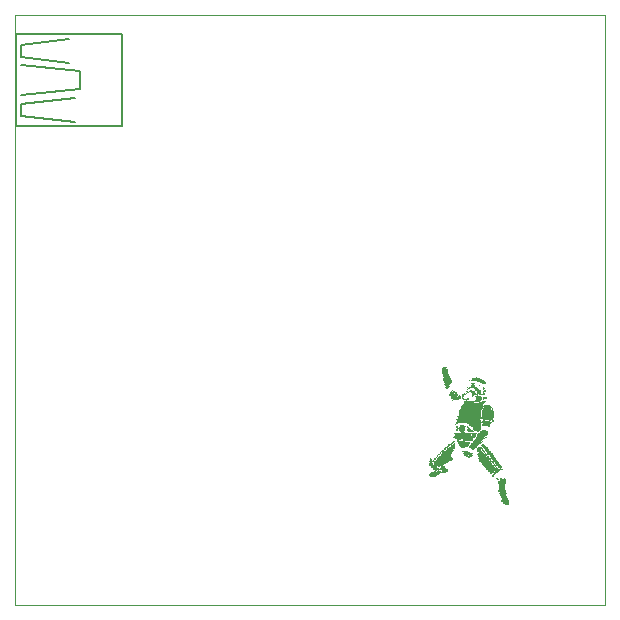
<source format=gbo>
G75*
%MOIN*%
%OFA0B0*%
%FSLAX25Y25*%
%IPPOS*%
%LPD*%
%AMOC8*
5,1,8,0,0,1.08239X$1,22.5*
%
%ADD10C,0.00000*%
%ADD11R,0.00780X0.00260*%
%ADD12R,0.01560X0.00260*%
%ADD13R,0.01820X0.00260*%
%ADD14R,0.02080X0.00260*%
%ADD15R,0.02340X0.00260*%
%ADD16R,0.02340X0.00260*%
%ADD17R,0.02860X0.00260*%
%ADD18R,0.01820X0.00260*%
%ADD19R,0.01300X0.00260*%
%ADD20R,0.00520X0.00260*%
%ADD21R,0.00260X0.00260*%
%ADD22R,0.02600X0.00260*%
%ADD23R,0.03120X0.00260*%
%ADD24R,0.03380X0.00260*%
%ADD25R,0.04160X0.00260*%
%ADD26R,0.01040X0.00260*%
%ADD27R,0.01040X0.00260*%
%ADD28R,0.00520X0.00260*%
%ADD29R,0.03640X0.00260*%
%ADD30R,0.03900X0.00260*%
%ADD31R,0.04420X0.00260*%
%ADD32R,0.04680X0.00260*%
%ADD33R,0.04940X0.00260*%
%ADD34R,0.05460X0.00260*%
%ADD35R,0.05200X0.00260*%
%ADD36R,0.03640X0.00260*%
%ADD37R,0.03120X0.00260*%
%ADD38R,0.06240X0.00260*%
%ADD39R,0.07020X0.00260*%
%ADD40R,0.06760X0.00260*%
%ADD41R,0.04420X0.00260*%
%ADD42R,0.08580X0.00260*%
%ADD43R,0.08320X0.00260*%
%ADD44R,0.07800X0.00260*%
%ADD45R,0.11440X0.00260*%
%ADD46R,0.07540X0.00260*%
%ADD47R,0.07540X0.00260*%
%ADD48R,0.07280X0.00260*%
%ADD49C,0.00500*%
D10*
X0001800Y0001800D02*
X0001800Y0198650D01*
X0198650Y0198650D01*
X0198650Y0001800D01*
X0001800Y0001800D01*
D11*
X0140380Y0049120D03*
X0140380Y0049640D03*
X0140380Y0049900D03*
X0140380Y0050160D03*
X0145060Y0053540D03*
X0145320Y0053800D03*
X0145580Y0054060D03*
X0148180Y0055100D03*
X0148180Y0055360D03*
X0147920Y0055880D03*
X0152340Y0053020D03*
X0153120Y0050940D03*
X0156760Y0054060D03*
X0157800Y0055100D03*
X0158320Y0060040D03*
X0159880Y0061340D03*
X0158060Y0063160D03*
X0153120Y0060560D03*
X0153380Y0069660D03*
X0154680Y0071480D03*
X0153900Y0073300D03*
X0153120Y0073820D03*
X0154680Y0075120D03*
X0151820Y0072000D03*
X0151300Y0071480D03*
X0158060Y0072260D03*
X0161960Y0045740D03*
X0161700Y0045480D03*
X0161440Y0045220D03*
X0160660Y0045480D03*
X0163000Y0043660D03*
X0165860Y0035080D03*
D12*
X0165730Y0035340D03*
X0164170Y0041060D03*
X0160790Y0046000D03*
X0161830Y0049900D03*
X0161570Y0050160D03*
X0161310Y0050680D03*
X0161050Y0050940D03*
X0160790Y0051200D03*
X0160790Y0051460D03*
X0160530Y0051720D03*
X0160270Y0051980D03*
X0160010Y0052500D03*
X0159750Y0052760D03*
X0159490Y0053020D03*
X0158710Y0054060D03*
X0156630Y0053540D03*
X0156630Y0053280D03*
X0157150Y0052500D03*
X0154810Y0058220D03*
X0154810Y0058480D03*
X0158190Y0059780D03*
X0150910Y0059520D03*
X0150910Y0061600D03*
X0149870Y0056920D03*
X0147790Y0054580D03*
X0147530Y0054320D03*
X0152210Y0052760D03*
X0144410Y0047560D03*
X0143110Y0048080D03*
X0141030Y0048080D03*
X0155590Y0069400D03*
X0155070Y0072000D03*
X0154810Y0072260D03*
X0155850Y0073560D03*
X0156370Y0073040D03*
X0155070Y0074080D03*
X0154550Y0074600D03*
X0145970Y0074860D03*
X0144930Y0080580D03*
D13*
X0147400Y0072000D03*
X0152340Y0070180D03*
X0155200Y0071740D03*
X0156240Y0073300D03*
X0157800Y0075900D03*
X0156240Y0069920D03*
X0157540Y0069140D03*
X0151040Y0061340D03*
X0151040Y0061080D03*
X0150780Y0060300D03*
X0150780Y0060040D03*
X0150780Y0059780D03*
X0153380Y0060040D03*
X0153640Y0059780D03*
X0155980Y0060040D03*
X0153380Y0056400D03*
X0147400Y0054060D03*
X0144540Y0047300D03*
X0142200Y0047040D03*
X0141680Y0047560D03*
X0160140Y0052240D03*
X0164040Y0041580D03*
X0164040Y0041320D03*
X0164040Y0040800D03*
X0165600Y0035600D03*
D14*
X0165470Y0035860D03*
X0165210Y0036900D03*
X0165210Y0037160D03*
X0164950Y0037420D03*
X0164950Y0037680D03*
X0164950Y0037940D03*
X0164690Y0038200D03*
X0164690Y0038460D03*
X0164430Y0038980D03*
X0164430Y0039240D03*
X0164170Y0040280D03*
X0164170Y0040540D03*
X0164170Y0041840D03*
X0164170Y0042100D03*
X0164430Y0043140D03*
X0163650Y0047040D03*
X0157150Y0052240D03*
X0154550Y0054060D03*
X0152470Y0052500D03*
X0153250Y0051200D03*
X0147010Y0053540D03*
X0142070Y0047300D03*
X0153770Y0059520D03*
X0150910Y0060820D03*
X0148830Y0070180D03*
X0148050Y0071220D03*
X0147790Y0071740D03*
X0145970Y0075120D03*
X0146230Y0075380D03*
X0146230Y0075640D03*
X0145710Y0077460D03*
X0145710Y0077720D03*
X0145450Y0077980D03*
X0145450Y0078240D03*
X0145450Y0078500D03*
X0154550Y0074340D03*
X0156110Y0071220D03*
X0156370Y0070960D03*
X0156370Y0070700D03*
X0156630Y0070440D03*
X0156370Y0070180D03*
X0157410Y0072000D03*
X0160270Y0063420D03*
D15*
X0157540Y0051460D03*
X0164040Y0042620D03*
X0164040Y0042360D03*
X0165340Y0036640D03*
X0165340Y0036380D03*
X0165340Y0036120D03*
X0147140Y0053800D03*
X0148440Y0070700D03*
X0148440Y0070960D03*
X0145840Y0076940D03*
X0145840Y0077200D03*
D16*
X0146100Y0076420D03*
X0146100Y0076160D03*
X0146100Y0075900D03*
X0147920Y0071480D03*
X0155460Y0069660D03*
X0159360Y0067840D03*
X0155980Y0060300D03*
X0158060Y0059520D03*
X0154420Y0054320D03*
X0157280Y0051980D03*
X0164300Y0040020D03*
X0164300Y0039760D03*
X0164300Y0039500D03*
X0164560Y0038720D03*
X0144800Y0047040D03*
X0157280Y0076160D03*
D17*
X0152860Y0069400D03*
X0159360Y0067320D03*
X0159360Y0067060D03*
X0159360Y0066800D03*
X0159360Y0063680D03*
X0159100Y0062380D03*
X0159100Y0062120D03*
X0158840Y0061860D03*
X0158840Y0061600D03*
X0158060Y0059260D03*
X0157280Y0057960D03*
X0157020Y0057700D03*
X0156760Y0057180D03*
X0156500Y0056920D03*
X0156240Y0056400D03*
X0155980Y0056140D03*
X0155720Y0055880D03*
X0155200Y0055360D03*
X0154940Y0054840D03*
X0152860Y0051980D03*
X0146360Y0052760D03*
X0155720Y0060820D03*
X0164040Y0042880D03*
D18*
X0164560Y0043400D03*
X0160660Y0046260D03*
X0145060Y0046260D03*
X0145060Y0046520D03*
X0141420Y0047820D03*
X0141160Y0044700D03*
X0159360Y0068100D03*
X0145320Y0078760D03*
X0145320Y0079020D03*
X0145320Y0079280D03*
X0145060Y0079540D03*
X0145060Y0079800D03*
X0145060Y0080060D03*
X0145060Y0080320D03*
D19*
X0146100Y0074600D03*
X0147400Y0072260D03*
X0153900Y0073040D03*
X0154420Y0072780D03*
X0154680Y0072520D03*
X0155460Y0073820D03*
X0154680Y0074860D03*
X0154420Y0075380D03*
X0158060Y0075640D03*
X0158060Y0069400D03*
X0159360Y0068360D03*
X0155980Y0059780D03*
X0157020Y0056660D03*
X0158320Y0054580D03*
X0158580Y0054320D03*
X0158840Y0053800D03*
X0159100Y0053540D03*
X0159360Y0053280D03*
X0161440Y0050420D03*
X0161960Y0049640D03*
X0162220Y0049380D03*
X0162480Y0049120D03*
X0162480Y0048860D03*
X0163000Y0048340D03*
X0163260Y0048080D03*
X0164820Y0043660D03*
X0152340Y0051460D03*
X0151300Y0054320D03*
X0147920Y0054840D03*
X0151040Y0059260D03*
X0140640Y0048340D03*
X0142200Y0046780D03*
X0143240Y0046260D03*
D20*
X0141810Y0046260D03*
X0143110Y0047820D03*
X0141810Y0050160D03*
X0144410Y0053020D03*
X0144670Y0053280D03*
X0145970Y0054320D03*
X0147010Y0055360D03*
X0149610Y0056400D03*
X0151170Y0053020D03*
X0156110Y0052760D03*
X0157670Y0053800D03*
X0158970Y0051980D03*
X0160010Y0050680D03*
X0160270Y0050420D03*
X0160270Y0050160D03*
X0162610Y0047300D03*
X0161310Y0044960D03*
X0161310Y0044700D03*
X0162610Y0043920D03*
X0163910Y0043920D03*
X0158970Y0057700D03*
X0156110Y0059520D03*
X0160270Y0063160D03*
X0161310Y0064200D03*
X0161310Y0064460D03*
X0161310Y0064720D03*
X0161310Y0064980D03*
X0161310Y0065240D03*
X0151170Y0070700D03*
X0151170Y0071220D03*
X0149870Y0071220D03*
X0148570Y0072520D03*
X0148310Y0072780D03*
X0145970Y0073820D03*
D21*
X0147660Y0072780D03*
X0147920Y0073300D03*
X0148180Y0073040D03*
X0149220Y0072520D03*
X0148960Y0072000D03*
X0149480Y0071480D03*
X0150260Y0071480D03*
X0150520Y0071220D03*
X0150260Y0070700D03*
X0150520Y0070440D03*
X0151040Y0070960D03*
X0151300Y0070440D03*
X0152600Y0069920D03*
X0152600Y0069660D03*
X0154420Y0071220D03*
X0156240Y0071480D03*
X0158320Y0072520D03*
X0158320Y0073040D03*
X0158320Y0073560D03*
X0158060Y0074080D03*
X0158060Y0075380D03*
X0158580Y0075380D03*
X0156760Y0074860D03*
X0153380Y0074080D03*
X0152860Y0074080D03*
X0152860Y0073560D03*
X0152600Y0073040D03*
X0152860Y0072780D03*
X0152600Y0072260D03*
X0151820Y0072260D03*
X0153640Y0076420D03*
X0155720Y0077460D03*
X0158320Y0070180D03*
X0161180Y0067060D03*
X0161180Y0066800D03*
X0161180Y0066540D03*
X0161180Y0063940D03*
X0161180Y0063680D03*
X0159620Y0058480D03*
X0159360Y0058220D03*
X0158840Y0057440D03*
X0158580Y0057180D03*
X0157800Y0056140D03*
X0157540Y0055880D03*
X0157800Y0055360D03*
X0157280Y0054320D03*
X0157540Y0054060D03*
X0157800Y0053540D03*
X0157540Y0052760D03*
X0158580Y0052500D03*
X0158840Y0052240D03*
X0159360Y0051460D03*
X0160660Y0049900D03*
X0161440Y0048860D03*
X0161700Y0048600D03*
X0162220Y0047820D03*
X0162480Y0047560D03*
X0163780Y0047300D03*
X0165340Y0043920D03*
X0155460Y0059000D03*
X0154680Y0059000D03*
X0152600Y0059000D03*
X0152860Y0061080D03*
X0149480Y0061340D03*
X0148960Y0061860D03*
X0149220Y0060040D03*
X0148440Y0055620D03*
X0144280Y0052760D03*
X0144020Y0052500D03*
X0143760Y0052240D03*
X0143500Y0051980D03*
X0143240Y0051720D03*
X0142980Y0051460D03*
X0142720Y0051200D03*
X0142460Y0050940D03*
X0142200Y0050680D03*
X0141940Y0050420D03*
X0141680Y0049900D03*
X0141420Y0049640D03*
X0141160Y0049380D03*
X0140640Y0050420D03*
X0144540Y0048080D03*
X0143240Y0046520D03*
X0145580Y0046000D03*
X0147920Y0069920D03*
D22*
X0148830Y0070440D03*
X0145970Y0076680D03*
X0155590Y0077200D03*
X0159490Y0067580D03*
X0158970Y0062900D03*
X0155850Y0060560D03*
X0156890Y0057440D03*
X0155070Y0055100D03*
X0154550Y0054580D03*
X0151690Y0054580D03*
X0150650Y0056140D03*
X0146750Y0053280D03*
X0146490Y0053020D03*
X0143110Y0048340D03*
X0144670Y0046780D03*
X0141290Y0044960D03*
X0152990Y0051720D03*
X0157410Y0051720D03*
X0157670Y0051200D03*
X0160790Y0046520D03*
X0150390Y0060560D03*
D23*
X0154030Y0058740D03*
X0155590Y0061080D03*
X0157930Y0059000D03*
X0157930Y0058740D03*
X0155590Y0055620D03*
X0152990Y0052240D03*
X0151690Y0054840D03*
X0151690Y0055100D03*
X0157930Y0050680D03*
X0160790Y0046780D03*
X0159230Y0062640D03*
X0159230Y0066540D03*
X0141550Y0045220D03*
D24*
X0141940Y0045480D03*
X0143240Y0048600D03*
X0145580Y0051980D03*
X0155460Y0061340D03*
X0159100Y0064460D03*
X0159100Y0064720D03*
X0159100Y0064980D03*
X0159100Y0065240D03*
X0153120Y0069140D03*
X0155720Y0076940D03*
X0158060Y0050420D03*
X0158060Y0050160D03*
X0158320Y0049900D03*
X0158840Y0049120D03*
X0159100Y0048860D03*
X0159360Y0048600D03*
X0159620Y0048340D03*
X0159880Y0048080D03*
X0160140Y0047560D03*
X0160400Y0047300D03*
X0160660Y0047040D03*
D25*
X0151690Y0055620D03*
X0151690Y0055880D03*
X0155070Y0061860D03*
X0159490Y0065500D03*
X0145190Y0051200D03*
X0143110Y0046000D03*
X0142590Y0045740D03*
D26*
X0155590Y0056660D03*
X0163390Y0047820D03*
X0160790Y0045740D03*
X0151690Y0071740D03*
X0145190Y0080840D03*
D27*
X0145970Y0074340D03*
X0145970Y0074080D03*
X0147530Y0072520D03*
X0156370Y0072780D03*
X0156630Y0072520D03*
X0156630Y0072260D03*
X0158450Y0070960D03*
X0158450Y0070700D03*
X0158450Y0070440D03*
X0153250Y0060300D03*
X0157930Y0054840D03*
X0156630Y0053800D03*
X0156370Y0053020D03*
X0154550Y0053800D03*
X0153770Y0051460D03*
X0147010Y0055100D03*
X0140510Y0048860D03*
X0140510Y0048600D03*
X0144670Y0047820D03*
X0162350Y0046000D03*
X0162610Y0046260D03*
X0162870Y0046520D03*
X0163130Y0046780D03*
X0163650Y0047560D03*
X0162870Y0048600D03*
D28*
X0162090Y0048080D03*
X0161830Y0048340D03*
X0161050Y0049120D03*
X0161050Y0049380D03*
X0160790Y0049640D03*
X0159490Y0051200D03*
X0159230Y0051720D03*
X0158190Y0052760D03*
X0158190Y0053020D03*
X0157930Y0053280D03*
X0156630Y0054320D03*
X0154550Y0053540D03*
X0148050Y0056140D03*
X0147530Y0055620D03*
X0146490Y0054840D03*
X0146230Y0054580D03*
X0149350Y0059780D03*
X0149350Y0060300D03*
X0149350Y0060820D03*
X0149350Y0061080D03*
X0149090Y0062120D03*
X0152990Y0060820D03*
X0161050Y0062900D03*
X0161050Y0063160D03*
X0158450Y0072780D03*
X0158450Y0073300D03*
X0158190Y0073820D03*
X0152730Y0072520D03*
X0152730Y0070440D03*
X0150130Y0070960D03*
X0149350Y0071740D03*
X0148830Y0072260D03*
X0140250Y0049380D03*
X0142330Y0046520D03*
D29*
X0145450Y0051460D03*
X0145450Y0051720D03*
X0152730Y0056660D03*
X0152730Y0056920D03*
X0158450Y0049640D03*
X0160010Y0047820D03*
D30*
X0158580Y0049380D03*
X0150260Y0058740D03*
X0155200Y0061600D03*
X0159620Y0065760D03*
X0159620Y0066020D03*
X0159620Y0066280D03*
X0155720Y0076680D03*
X0143500Y0048860D03*
D31*
X0143760Y0049120D03*
X0145060Y0050940D03*
D32*
X0145190Y0050680D03*
X0143890Y0049380D03*
D33*
X0144280Y0049640D03*
D34*
X0144800Y0049900D03*
X0145060Y0050160D03*
X0151040Y0058220D03*
X0151040Y0058480D03*
D35*
X0145190Y0050420D03*
D36*
X0151690Y0055360D03*
X0158190Y0050940D03*
D37*
X0157410Y0058220D03*
X0157670Y0058480D03*
X0149870Y0059000D03*
X0145970Y0052500D03*
X0145970Y0052240D03*
X0156370Y0076420D03*
D38*
X0151430Y0057180D03*
D39*
X0151560Y0057440D03*
X0151820Y0057960D03*
X0154160Y0067580D03*
X0154160Y0067840D03*
D40*
X0154290Y0068100D03*
X0154550Y0068360D03*
X0154550Y0068620D03*
X0154810Y0068880D03*
X0151690Y0057700D03*
D41*
X0154940Y0062120D03*
D42*
X0153120Y0062380D03*
D43*
X0153250Y0062640D03*
X0153250Y0062900D03*
X0153250Y0063160D03*
D44*
X0152990Y0063420D03*
X0152990Y0063680D03*
X0153250Y0064460D03*
D45*
X0155070Y0064200D03*
X0155070Y0063940D03*
D46*
X0153380Y0064720D03*
X0153380Y0064980D03*
X0153380Y0065240D03*
X0153380Y0065500D03*
X0153900Y0066800D03*
D47*
X0153640Y0066540D03*
X0153640Y0066280D03*
X0153640Y0066020D03*
X0153640Y0065760D03*
D48*
X0154030Y0067060D03*
X0154030Y0067320D03*
D49*
X0037469Y0161446D02*
X0002036Y0161446D01*
X0002036Y0192154D01*
X0037469Y0192154D01*
X0037469Y0161446D01*
X0023690Y0173847D02*
X0004005Y0171879D01*
X0004005Y0168926D02*
X0021721Y0170894D01*
X0023690Y0173847D02*
X0023690Y0179753D01*
X0004005Y0181721D01*
X0004005Y0184674D02*
X0019753Y0182706D01*
X0019753Y0190580D02*
X0004005Y0188611D01*
X0004005Y0184674D01*
X0004005Y0168926D02*
X0004005Y0164989D01*
X0021721Y0163020D01*
M02*

</source>
